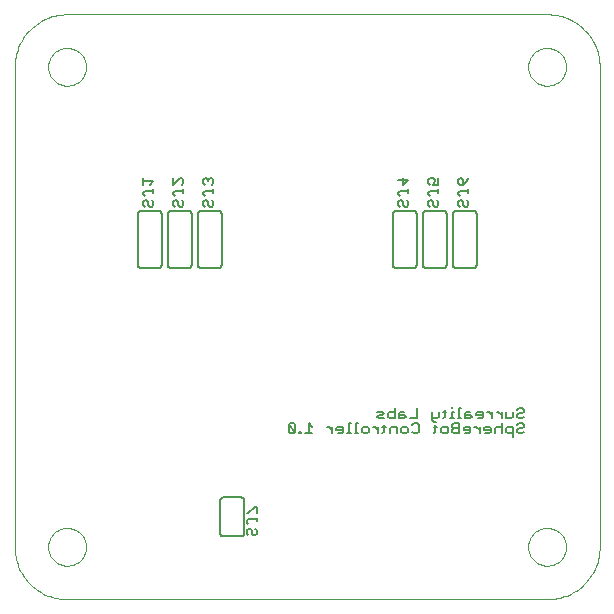
<source format=gbo>
G75*
G70*
%OFA0B0*%
%FSLAX24Y24*%
%IPPOS*%
%LPD*%
%AMOC8*
5,1,8,0,0,1.08239X$1,22.5*
%
%ADD10C,0.0000*%
%ADD11C,0.0060*%
D10*
X000665Y002415D02*
X000665Y018415D01*
X001785Y018415D02*
X001787Y018465D01*
X001793Y018515D01*
X001803Y018564D01*
X001817Y018612D01*
X001834Y018659D01*
X001855Y018704D01*
X001880Y018748D01*
X001908Y018789D01*
X001940Y018828D01*
X001974Y018865D01*
X002011Y018899D01*
X002051Y018929D01*
X002093Y018956D01*
X002137Y018980D01*
X002183Y019001D01*
X002230Y019017D01*
X002278Y019030D01*
X002328Y019039D01*
X002377Y019044D01*
X002428Y019045D01*
X002478Y019042D01*
X002527Y019035D01*
X002576Y019024D01*
X002624Y019009D01*
X002670Y018991D01*
X002715Y018969D01*
X002758Y018943D01*
X002799Y018914D01*
X002838Y018882D01*
X002874Y018847D01*
X002906Y018809D01*
X002936Y018769D01*
X002963Y018726D01*
X002986Y018682D01*
X003005Y018636D01*
X003021Y018588D01*
X003033Y018539D01*
X003041Y018490D01*
X003045Y018440D01*
X003045Y018390D01*
X003041Y018340D01*
X003033Y018291D01*
X003021Y018242D01*
X003005Y018194D01*
X002986Y018148D01*
X002963Y018104D01*
X002936Y018061D01*
X002906Y018021D01*
X002874Y017983D01*
X002838Y017948D01*
X002799Y017916D01*
X002758Y017887D01*
X002715Y017861D01*
X002670Y017839D01*
X002624Y017821D01*
X002576Y017806D01*
X002527Y017795D01*
X002478Y017788D01*
X002428Y017785D01*
X002377Y017786D01*
X002328Y017791D01*
X002278Y017800D01*
X002230Y017813D01*
X002183Y017829D01*
X002137Y017850D01*
X002093Y017874D01*
X002051Y017901D01*
X002011Y017931D01*
X001974Y017965D01*
X001940Y018002D01*
X001908Y018041D01*
X001880Y018082D01*
X001855Y018126D01*
X001834Y018171D01*
X001817Y018218D01*
X001803Y018266D01*
X001793Y018315D01*
X001787Y018365D01*
X001785Y018415D01*
X000665Y018415D02*
X000667Y018498D01*
X000673Y018581D01*
X000683Y018664D01*
X000697Y018746D01*
X000714Y018828D01*
X000736Y018908D01*
X000761Y018987D01*
X000790Y019065D01*
X000823Y019142D01*
X000860Y019217D01*
X000899Y019290D01*
X000943Y019361D01*
X000989Y019430D01*
X001039Y019497D01*
X001092Y019561D01*
X001148Y019623D01*
X001207Y019682D01*
X001269Y019738D01*
X001333Y019791D01*
X001400Y019841D01*
X001469Y019887D01*
X001540Y019931D01*
X001613Y019970D01*
X001688Y020007D01*
X001765Y020040D01*
X001843Y020069D01*
X001922Y020094D01*
X002002Y020116D01*
X002084Y020133D01*
X002166Y020147D01*
X002249Y020157D01*
X002332Y020163D01*
X002415Y020165D01*
X018415Y020165D01*
X017785Y018415D02*
X017787Y018465D01*
X017793Y018515D01*
X017803Y018564D01*
X017817Y018612D01*
X017834Y018659D01*
X017855Y018704D01*
X017880Y018748D01*
X017908Y018789D01*
X017940Y018828D01*
X017974Y018865D01*
X018011Y018899D01*
X018051Y018929D01*
X018093Y018956D01*
X018137Y018980D01*
X018183Y019001D01*
X018230Y019017D01*
X018278Y019030D01*
X018328Y019039D01*
X018377Y019044D01*
X018428Y019045D01*
X018478Y019042D01*
X018527Y019035D01*
X018576Y019024D01*
X018624Y019009D01*
X018670Y018991D01*
X018715Y018969D01*
X018758Y018943D01*
X018799Y018914D01*
X018838Y018882D01*
X018874Y018847D01*
X018906Y018809D01*
X018936Y018769D01*
X018963Y018726D01*
X018986Y018682D01*
X019005Y018636D01*
X019021Y018588D01*
X019033Y018539D01*
X019041Y018490D01*
X019045Y018440D01*
X019045Y018390D01*
X019041Y018340D01*
X019033Y018291D01*
X019021Y018242D01*
X019005Y018194D01*
X018986Y018148D01*
X018963Y018104D01*
X018936Y018061D01*
X018906Y018021D01*
X018874Y017983D01*
X018838Y017948D01*
X018799Y017916D01*
X018758Y017887D01*
X018715Y017861D01*
X018670Y017839D01*
X018624Y017821D01*
X018576Y017806D01*
X018527Y017795D01*
X018478Y017788D01*
X018428Y017785D01*
X018377Y017786D01*
X018328Y017791D01*
X018278Y017800D01*
X018230Y017813D01*
X018183Y017829D01*
X018137Y017850D01*
X018093Y017874D01*
X018051Y017901D01*
X018011Y017931D01*
X017974Y017965D01*
X017940Y018002D01*
X017908Y018041D01*
X017880Y018082D01*
X017855Y018126D01*
X017834Y018171D01*
X017817Y018218D01*
X017803Y018266D01*
X017793Y018315D01*
X017787Y018365D01*
X017785Y018415D01*
X018415Y020165D02*
X018498Y020163D01*
X018581Y020157D01*
X018664Y020147D01*
X018746Y020133D01*
X018828Y020116D01*
X018908Y020094D01*
X018987Y020069D01*
X019065Y020040D01*
X019142Y020007D01*
X019217Y019970D01*
X019290Y019931D01*
X019361Y019887D01*
X019430Y019841D01*
X019497Y019791D01*
X019561Y019738D01*
X019623Y019682D01*
X019682Y019623D01*
X019738Y019561D01*
X019791Y019497D01*
X019841Y019430D01*
X019887Y019361D01*
X019931Y019290D01*
X019970Y019217D01*
X020007Y019142D01*
X020040Y019065D01*
X020069Y018987D01*
X020094Y018908D01*
X020116Y018828D01*
X020133Y018746D01*
X020147Y018664D01*
X020157Y018581D01*
X020163Y018498D01*
X020165Y018415D01*
X020165Y002415D01*
X017785Y002415D02*
X017787Y002465D01*
X017793Y002515D01*
X017803Y002564D01*
X017817Y002612D01*
X017834Y002659D01*
X017855Y002704D01*
X017880Y002748D01*
X017908Y002789D01*
X017940Y002828D01*
X017974Y002865D01*
X018011Y002899D01*
X018051Y002929D01*
X018093Y002956D01*
X018137Y002980D01*
X018183Y003001D01*
X018230Y003017D01*
X018278Y003030D01*
X018328Y003039D01*
X018377Y003044D01*
X018428Y003045D01*
X018478Y003042D01*
X018527Y003035D01*
X018576Y003024D01*
X018624Y003009D01*
X018670Y002991D01*
X018715Y002969D01*
X018758Y002943D01*
X018799Y002914D01*
X018838Y002882D01*
X018874Y002847D01*
X018906Y002809D01*
X018936Y002769D01*
X018963Y002726D01*
X018986Y002682D01*
X019005Y002636D01*
X019021Y002588D01*
X019033Y002539D01*
X019041Y002490D01*
X019045Y002440D01*
X019045Y002390D01*
X019041Y002340D01*
X019033Y002291D01*
X019021Y002242D01*
X019005Y002194D01*
X018986Y002148D01*
X018963Y002104D01*
X018936Y002061D01*
X018906Y002021D01*
X018874Y001983D01*
X018838Y001948D01*
X018799Y001916D01*
X018758Y001887D01*
X018715Y001861D01*
X018670Y001839D01*
X018624Y001821D01*
X018576Y001806D01*
X018527Y001795D01*
X018478Y001788D01*
X018428Y001785D01*
X018377Y001786D01*
X018328Y001791D01*
X018278Y001800D01*
X018230Y001813D01*
X018183Y001829D01*
X018137Y001850D01*
X018093Y001874D01*
X018051Y001901D01*
X018011Y001931D01*
X017974Y001965D01*
X017940Y002002D01*
X017908Y002041D01*
X017880Y002082D01*
X017855Y002126D01*
X017834Y002171D01*
X017817Y002218D01*
X017803Y002266D01*
X017793Y002315D01*
X017787Y002365D01*
X017785Y002415D01*
X018415Y000665D02*
X018498Y000667D01*
X018581Y000673D01*
X018664Y000683D01*
X018746Y000697D01*
X018828Y000714D01*
X018908Y000736D01*
X018987Y000761D01*
X019065Y000790D01*
X019142Y000823D01*
X019217Y000860D01*
X019290Y000899D01*
X019361Y000943D01*
X019430Y000989D01*
X019497Y001039D01*
X019561Y001092D01*
X019623Y001148D01*
X019682Y001207D01*
X019738Y001269D01*
X019791Y001333D01*
X019841Y001400D01*
X019887Y001469D01*
X019931Y001540D01*
X019970Y001613D01*
X020007Y001688D01*
X020040Y001765D01*
X020069Y001843D01*
X020094Y001922D01*
X020116Y002002D01*
X020133Y002084D01*
X020147Y002166D01*
X020157Y002249D01*
X020163Y002332D01*
X020165Y002415D01*
X018415Y000665D02*
X002415Y000665D01*
X001785Y002415D02*
X001787Y002465D01*
X001793Y002515D01*
X001803Y002564D01*
X001817Y002612D01*
X001834Y002659D01*
X001855Y002704D01*
X001880Y002748D01*
X001908Y002789D01*
X001940Y002828D01*
X001974Y002865D01*
X002011Y002899D01*
X002051Y002929D01*
X002093Y002956D01*
X002137Y002980D01*
X002183Y003001D01*
X002230Y003017D01*
X002278Y003030D01*
X002328Y003039D01*
X002377Y003044D01*
X002428Y003045D01*
X002478Y003042D01*
X002527Y003035D01*
X002576Y003024D01*
X002624Y003009D01*
X002670Y002991D01*
X002715Y002969D01*
X002758Y002943D01*
X002799Y002914D01*
X002838Y002882D01*
X002874Y002847D01*
X002906Y002809D01*
X002936Y002769D01*
X002963Y002726D01*
X002986Y002682D01*
X003005Y002636D01*
X003021Y002588D01*
X003033Y002539D01*
X003041Y002490D01*
X003045Y002440D01*
X003045Y002390D01*
X003041Y002340D01*
X003033Y002291D01*
X003021Y002242D01*
X003005Y002194D01*
X002986Y002148D01*
X002963Y002104D01*
X002936Y002061D01*
X002906Y002021D01*
X002874Y001983D01*
X002838Y001948D01*
X002799Y001916D01*
X002758Y001887D01*
X002715Y001861D01*
X002670Y001839D01*
X002624Y001821D01*
X002576Y001806D01*
X002527Y001795D01*
X002478Y001788D01*
X002428Y001785D01*
X002377Y001786D01*
X002328Y001791D01*
X002278Y001800D01*
X002230Y001813D01*
X002183Y001829D01*
X002137Y001850D01*
X002093Y001874D01*
X002051Y001901D01*
X002011Y001931D01*
X001974Y001965D01*
X001940Y002002D01*
X001908Y002041D01*
X001880Y002082D01*
X001855Y002126D01*
X001834Y002171D01*
X001817Y002218D01*
X001803Y002266D01*
X001793Y002315D01*
X001787Y002365D01*
X001785Y002415D01*
X000665Y002415D02*
X000667Y002332D01*
X000673Y002249D01*
X000683Y002166D01*
X000697Y002084D01*
X000714Y002002D01*
X000736Y001922D01*
X000761Y001843D01*
X000790Y001765D01*
X000823Y001688D01*
X000860Y001613D01*
X000899Y001540D01*
X000943Y001469D01*
X000989Y001400D01*
X001039Y001333D01*
X001092Y001269D01*
X001148Y001207D01*
X001207Y001148D01*
X001269Y001092D01*
X001333Y001039D01*
X001400Y000989D01*
X001469Y000943D01*
X001540Y000899D01*
X001613Y000860D01*
X001688Y000823D01*
X001765Y000790D01*
X001843Y000761D01*
X001922Y000736D01*
X002002Y000714D01*
X002084Y000697D01*
X002166Y000683D01*
X002249Y000673D01*
X002332Y000667D01*
X002415Y000665D01*
D11*
X007515Y002865D02*
X007515Y003965D01*
X007517Y003982D01*
X007521Y003999D01*
X007528Y004015D01*
X007538Y004029D01*
X007551Y004042D01*
X007565Y004052D01*
X007581Y004059D01*
X007598Y004063D01*
X007615Y004065D01*
X008215Y004065D01*
X008232Y004063D01*
X008249Y004059D01*
X008265Y004052D01*
X008279Y004042D01*
X008292Y004029D01*
X008302Y004015D01*
X008309Y003999D01*
X008313Y003982D01*
X008315Y003965D01*
X008315Y002865D01*
X008395Y002852D02*
X008395Y002965D01*
X008452Y003022D01*
X008509Y003022D01*
X008565Y002965D01*
X008565Y002852D01*
X008622Y002795D01*
X008679Y002795D01*
X008735Y002852D01*
X008735Y002965D01*
X008679Y003022D01*
X008735Y003277D02*
X008735Y003390D01*
X008735Y003334D02*
X008452Y003334D01*
X008395Y003277D01*
X008395Y003220D01*
X008452Y003164D01*
X008452Y003532D02*
X008395Y003532D01*
X008452Y003532D02*
X008679Y003759D01*
X008735Y003759D01*
X008735Y003532D01*
X008395Y002852D02*
X008452Y002795D01*
X008215Y002765D02*
X007615Y002765D01*
X007598Y002767D01*
X007581Y002771D01*
X007565Y002778D01*
X007551Y002788D01*
X007538Y002801D01*
X007528Y002815D01*
X007521Y002831D01*
X007517Y002848D01*
X007515Y002865D01*
X008215Y002765D02*
X008232Y002767D01*
X008249Y002771D01*
X008265Y002778D01*
X008279Y002788D01*
X008292Y002801D01*
X008302Y002815D01*
X008309Y002831D01*
X008313Y002848D01*
X008315Y002865D01*
X009854Y006195D02*
X009967Y006195D01*
X010024Y006252D01*
X009797Y006479D01*
X009797Y006252D01*
X009854Y006195D01*
X010024Y006252D02*
X010024Y006479D01*
X009967Y006535D01*
X009854Y006535D01*
X009797Y006479D01*
X010151Y006252D02*
X010151Y006195D01*
X010208Y006195D01*
X010208Y006252D01*
X010151Y006252D01*
X010349Y006195D02*
X010576Y006195D01*
X010463Y006195D02*
X010463Y006535D01*
X010576Y006422D01*
X011081Y006422D02*
X011138Y006422D01*
X011251Y006309D01*
X011251Y006422D02*
X011251Y006195D01*
X011393Y006309D02*
X011620Y006309D01*
X011620Y006365D02*
X011563Y006422D01*
X011450Y006422D01*
X011393Y006365D01*
X011393Y006309D01*
X011450Y006195D02*
X011563Y006195D01*
X011620Y006252D01*
X011620Y006365D01*
X011752Y006195D02*
X011865Y006195D01*
X011809Y006195D02*
X011809Y006535D01*
X011865Y006535D01*
X012054Y006535D02*
X012054Y006195D01*
X012111Y006195D02*
X011997Y006195D01*
X012252Y006252D02*
X012252Y006365D01*
X012309Y006422D01*
X012422Y006422D01*
X012479Y006365D01*
X012479Y006252D01*
X012422Y006195D01*
X012309Y006195D01*
X012252Y006252D01*
X012111Y006535D02*
X012054Y006535D01*
X012616Y006422D02*
X012672Y006422D01*
X012786Y006309D01*
X012786Y006422D02*
X012786Y006195D01*
X012918Y006195D02*
X012975Y006252D01*
X012975Y006479D01*
X013031Y006422D02*
X012918Y006422D01*
X013173Y006365D02*
X013173Y006195D01*
X013173Y006365D02*
X013230Y006422D01*
X013400Y006422D01*
X013400Y006195D01*
X013541Y006252D02*
X013541Y006365D01*
X013598Y006422D01*
X013711Y006422D01*
X013768Y006365D01*
X013768Y006252D01*
X013711Y006195D01*
X013598Y006195D01*
X013541Y006252D01*
X013909Y006252D02*
X013966Y006195D01*
X014080Y006195D01*
X014136Y006252D01*
X014136Y006479D01*
X014080Y006535D01*
X013966Y006535D01*
X013909Y006479D01*
X013848Y006695D02*
X014075Y006695D01*
X014075Y007035D01*
X013650Y006922D02*
X013537Y006922D01*
X013480Y006865D01*
X013480Y006695D01*
X013650Y006695D01*
X013707Y006752D01*
X013650Y006809D01*
X013480Y006809D01*
X013338Y006922D02*
X013168Y006922D01*
X013112Y006865D01*
X013112Y006752D01*
X013168Y006695D01*
X013338Y006695D01*
X013338Y007035D01*
X012970Y006865D02*
X012913Y006922D01*
X012743Y006922D01*
X012800Y006809D02*
X012913Y006809D01*
X012970Y006865D01*
X012970Y006695D02*
X012800Y006695D01*
X012743Y006752D01*
X012800Y006809D01*
X014585Y006922D02*
X014585Y006639D01*
X014642Y006582D01*
X014698Y006582D01*
X014693Y006479D02*
X014693Y006252D01*
X014637Y006195D01*
X014637Y006422D02*
X014750Y006422D01*
X014892Y006365D02*
X014948Y006422D01*
X015062Y006422D01*
X015118Y006365D01*
X015118Y006252D01*
X015062Y006195D01*
X014948Y006195D01*
X014892Y006252D01*
X014892Y006365D01*
X014944Y006695D02*
X015000Y006752D01*
X015000Y006979D01*
X014944Y006922D02*
X015057Y006922D01*
X015246Y006922D02*
X015246Y006695D01*
X015303Y006695D02*
X015189Y006695D01*
X015317Y006535D02*
X015260Y006479D01*
X015260Y006422D01*
X015317Y006365D01*
X015487Y006365D01*
X015628Y006365D02*
X015628Y006309D01*
X015855Y006309D01*
X015855Y006365D02*
X015798Y006422D01*
X015685Y006422D01*
X015628Y006365D01*
X015685Y006195D02*
X015798Y006195D01*
X015855Y006252D01*
X015855Y006365D01*
X015992Y006422D02*
X016049Y006422D01*
X016162Y006309D01*
X016162Y006422D02*
X016162Y006195D01*
X016303Y006309D02*
X016530Y006309D01*
X016530Y006365D02*
X016474Y006422D01*
X016360Y006422D01*
X016303Y006365D01*
X016303Y006309D01*
X016360Y006195D02*
X016474Y006195D01*
X016530Y006252D01*
X016530Y006365D01*
X016672Y006365D02*
X016672Y006195D01*
X016672Y006365D02*
X016728Y006422D01*
X016842Y006422D01*
X016899Y006365D01*
X017040Y006365D02*
X017040Y006252D01*
X017097Y006195D01*
X017267Y006195D01*
X017267Y006082D02*
X017267Y006422D01*
X017097Y006422D01*
X017040Y006365D01*
X016899Y006535D02*
X016899Y006195D01*
X017408Y006252D02*
X017465Y006195D01*
X017579Y006195D01*
X017635Y006252D01*
X017579Y006365D02*
X017465Y006365D01*
X017408Y006309D01*
X017408Y006252D01*
X017579Y006365D02*
X017635Y006422D01*
X017635Y006479D01*
X017579Y006535D01*
X017465Y006535D01*
X017408Y006479D01*
X017465Y006695D02*
X017579Y006695D01*
X017635Y006752D01*
X017579Y006865D02*
X017465Y006865D01*
X017408Y006809D01*
X017408Y006752D01*
X017465Y006695D01*
X017579Y006865D02*
X017635Y006922D01*
X017635Y006979D01*
X017579Y007035D01*
X017465Y007035D01*
X017408Y006979D01*
X017267Y006922D02*
X017267Y006752D01*
X017210Y006695D01*
X017040Y006695D01*
X017040Y006922D01*
X016899Y006922D02*
X016899Y006695D01*
X016899Y006809D02*
X016785Y006922D01*
X016728Y006922D01*
X016592Y006922D02*
X016592Y006695D01*
X016592Y006809D02*
X016478Y006922D01*
X016422Y006922D01*
X016285Y006865D02*
X016228Y006922D01*
X016115Y006922D01*
X016058Y006865D01*
X016058Y006809D01*
X016285Y006809D01*
X016285Y006865D02*
X016285Y006752D01*
X016228Y006695D01*
X016115Y006695D01*
X015916Y006752D02*
X015860Y006809D01*
X015690Y006809D01*
X015690Y006865D02*
X015690Y006695D01*
X015860Y006695D01*
X015916Y006752D01*
X015860Y006922D02*
X015746Y006922D01*
X015690Y006865D01*
X015548Y006695D02*
X015435Y006695D01*
X015491Y006695D02*
X015491Y007035D01*
X015548Y007035D01*
X015303Y006922D02*
X015246Y006922D01*
X015246Y007035D02*
X015246Y007092D01*
X014812Y006922D02*
X014812Y006752D01*
X014755Y006695D01*
X014585Y006695D01*
X015317Y006535D02*
X015487Y006535D01*
X015487Y006195D01*
X015317Y006195D01*
X015260Y006252D01*
X015260Y006309D01*
X015317Y006365D01*
X015365Y011715D02*
X015965Y011715D01*
X015982Y011717D01*
X015999Y011721D01*
X016015Y011728D01*
X016029Y011738D01*
X016042Y011751D01*
X016052Y011765D01*
X016059Y011781D01*
X016063Y011798D01*
X016065Y011815D01*
X016065Y013515D01*
X016063Y013532D01*
X016059Y013549D01*
X016052Y013565D01*
X016042Y013579D01*
X016029Y013592D01*
X016015Y013602D01*
X015999Y013609D01*
X015982Y013613D01*
X015965Y013615D01*
X015365Y013615D01*
X015348Y013613D01*
X015331Y013609D01*
X015315Y013602D01*
X015301Y013592D01*
X015288Y013579D01*
X015278Y013565D01*
X015271Y013549D01*
X015267Y013532D01*
X015265Y013515D01*
X015265Y011815D01*
X015267Y011798D01*
X015271Y011781D01*
X015278Y011765D01*
X015288Y011751D01*
X015301Y011738D01*
X015315Y011728D01*
X015331Y011721D01*
X015348Y011717D01*
X015365Y011715D01*
X015065Y011815D02*
X015065Y013515D01*
X015063Y013532D01*
X015059Y013549D01*
X015052Y013565D01*
X015042Y013579D01*
X015029Y013592D01*
X015015Y013602D01*
X014999Y013609D01*
X014982Y013613D01*
X014965Y013615D01*
X014365Y013615D01*
X014348Y013613D01*
X014331Y013609D01*
X014315Y013602D01*
X014301Y013592D01*
X014288Y013579D01*
X014278Y013565D01*
X014271Y013549D01*
X014267Y013532D01*
X014265Y013515D01*
X014265Y011815D01*
X014267Y011798D01*
X014271Y011781D01*
X014278Y011765D01*
X014288Y011751D01*
X014301Y011738D01*
X014315Y011728D01*
X014331Y011721D01*
X014348Y011717D01*
X014365Y011715D01*
X014965Y011715D01*
X014982Y011717D01*
X014999Y011721D01*
X015015Y011728D01*
X015029Y011738D01*
X015042Y011751D01*
X015052Y011765D01*
X015059Y011781D01*
X015063Y011798D01*
X015065Y011815D01*
X014065Y011815D02*
X014065Y013515D01*
X014063Y013532D01*
X014059Y013549D01*
X014052Y013565D01*
X014042Y013579D01*
X014029Y013592D01*
X014015Y013602D01*
X013999Y013609D01*
X013982Y013613D01*
X013965Y013615D01*
X013365Y013615D01*
X013348Y013613D01*
X013331Y013609D01*
X013315Y013602D01*
X013301Y013592D01*
X013288Y013579D01*
X013278Y013565D01*
X013271Y013549D01*
X013267Y013532D01*
X013265Y013515D01*
X013265Y011815D01*
X013267Y011798D01*
X013271Y011781D01*
X013278Y011765D01*
X013288Y011751D01*
X013301Y011738D01*
X013315Y011728D01*
X013331Y011721D01*
X013348Y011717D01*
X013365Y011715D01*
X013965Y011715D01*
X013982Y011717D01*
X013999Y011721D01*
X014015Y011728D01*
X014029Y011738D01*
X014042Y011751D01*
X014052Y011765D01*
X014059Y011781D01*
X014063Y011798D01*
X014065Y011815D01*
X013729Y013745D02*
X013672Y013745D01*
X013615Y013802D01*
X013615Y013915D01*
X013559Y013972D01*
X013502Y013972D01*
X013445Y013915D01*
X013445Y013802D01*
X013502Y013745D01*
X013729Y013745D02*
X013785Y013802D01*
X013785Y013915D01*
X013729Y013972D01*
X013785Y014227D02*
X013785Y014340D01*
X013785Y014284D02*
X013502Y014284D01*
X013445Y014227D01*
X013445Y014170D01*
X013502Y014114D01*
X013615Y014482D02*
X013615Y014709D01*
X013445Y014652D02*
X013785Y014652D01*
X013615Y014482D01*
X014445Y014539D02*
X014502Y014482D01*
X014445Y014539D02*
X014445Y014652D01*
X014502Y014709D01*
X014615Y014709D01*
X014672Y014652D01*
X014672Y014595D01*
X014615Y014482D01*
X014785Y014482D01*
X014785Y014709D01*
X014785Y014340D02*
X014785Y014227D01*
X014785Y014284D02*
X014502Y014284D01*
X014445Y014227D01*
X014445Y014170D01*
X014502Y014114D01*
X014502Y013972D02*
X014445Y013915D01*
X014445Y013802D01*
X014502Y013745D01*
X014615Y013802D02*
X014615Y013915D01*
X014559Y013972D01*
X014502Y013972D01*
X014615Y013802D02*
X014672Y013745D01*
X014729Y013745D01*
X014785Y013802D01*
X014785Y013915D01*
X014729Y013972D01*
X015445Y013915D02*
X015445Y013802D01*
X015502Y013745D01*
X015615Y013802D02*
X015615Y013915D01*
X015559Y013972D01*
X015502Y013972D01*
X015445Y013915D01*
X015615Y013802D02*
X015672Y013745D01*
X015729Y013745D01*
X015785Y013802D01*
X015785Y013915D01*
X015729Y013972D01*
X015785Y014227D02*
X015785Y014340D01*
X015785Y014284D02*
X015502Y014284D01*
X015445Y014227D01*
X015445Y014170D01*
X015502Y014114D01*
X015502Y014482D02*
X015445Y014539D01*
X015445Y014652D01*
X015502Y014709D01*
X015559Y014709D01*
X015615Y014652D01*
X015615Y014482D01*
X015502Y014482D01*
X015615Y014482D02*
X015729Y014595D01*
X015785Y014709D01*
X007565Y013515D02*
X007565Y011815D01*
X007563Y011798D01*
X007559Y011781D01*
X007552Y011765D01*
X007542Y011751D01*
X007529Y011738D01*
X007515Y011728D01*
X007499Y011721D01*
X007482Y011717D01*
X007465Y011715D01*
X006865Y011715D01*
X006848Y011717D01*
X006831Y011721D01*
X006815Y011728D01*
X006801Y011738D01*
X006788Y011751D01*
X006778Y011765D01*
X006771Y011781D01*
X006767Y011798D01*
X006765Y011815D01*
X006765Y013515D01*
X006767Y013532D01*
X006771Y013549D01*
X006778Y013565D01*
X006788Y013579D01*
X006801Y013592D01*
X006815Y013602D01*
X006831Y013609D01*
X006848Y013613D01*
X006865Y013615D01*
X007465Y013615D01*
X007482Y013613D01*
X007499Y013609D01*
X007515Y013602D01*
X007529Y013592D01*
X007542Y013579D01*
X007552Y013565D01*
X007559Y013549D01*
X007563Y013532D01*
X007565Y013515D01*
X007285Y013802D02*
X007229Y013745D01*
X007172Y013745D01*
X007115Y013802D01*
X007115Y013915D01*
X007059Y013972D01*
X007002Y013972D01*
X006945Y013915D01*
X006945Y013802D01*
X007002Y013745D01*
X007285Y013802D02*
X007285Y013915D01*
X007229Y013972D01*
X007285Y014227D02*
X007285Y014340D01*
X007285Y014284D02*
X007002Y014284D01*
X006945Y014227D01*
X006945Y014170D01*
X007002Y014114D01*
X007002Y014482D02*
X006945Y014539D01*
X006945Y014652D01*
X007002Y014709D01*
X007059Y014709D01*
X007115Y014652D01*
X007115Y014595D01*
X007115Y014652D02*
X007172Y014709D01*
X007229Y014709D01*
X007285Y014652D01*
X007285Y014539D01*
X007229Y014482D01*
X006285Y014539D02*
X006229Y014482D01*
X006285Y014539D02*
X006285Y014652D01*
X006229Y014709D01*
X006172Y014709D01*
X005945Y014482D01*
X005945Y014709D01*
X006002Y014284D02*
X006285Y014284D01*
X006285Y014340D02*
X006285Y014227D01*
X006229Y013972D02*
X006285Y013915D01*
X006285Y013802D01*
X006229Y013745D01*
X006172Y013745D01*
X006115Y013802D01*
X006115Y013915D01*
X006059Y013972D01*
X006002Y013972D01*
X005945Y013915D01*
X005945Y013802D01*
X006002Y013745D01*
X005865Y013615D02*
X006465Y013615D01*
X006482Y013613D01*
X006499Y013609D01*
X006515Y013602D01*
X006529Y013592D01*
X006542Y013579D01*
X006552Y013565D01*
X006559Y013549D01*
X006563Y013532D01*
X006565Y013515D01*
X006565Y011815D01*
X006563Y011798D01*
X006559Y011781D01*
X006552Y011765D01*
X006542Y011751D01*
X006529Y011738D01*
X006515Y011728D01*
X006499Y011721D01*
X006482Y011717D01*
X006465Y011715D01*
X005865Y011715D01*
X005848Y011717D01*
X005831Y011721D01*
X005815Y011728D01*
X005801Y011738D01*
X005788Y011751D01*
X005778Y011765D01*
X005771Y011781D01*
X005767Y011798D01*
X005765Y011815D01*
X005765Y013515D01*
X005767Y013532D01*
X005771Y013549D01*
X005778Y013565D01*
X005788Y013579D01*
X005801Y013592D01*
X005815Y013602D01*
X005831Y013609D01*
X005848Y013613D01*
X005865Y013615D01*
X005565Y013515D02*
X005565Y011815D01*
X005563Y011798D01*
X005559Y011781D01*
X005552Y011765D01*
X005542Y011751D01*
X005529Y011738D01*
X005515Y011728D01*
X005499Y011721D01*
X005482Y011717D01*
X005465Y011715D01*
X004865Y011715D01*
X004848Y011717D01*
X004831Y011721D01*
X004815Y011728D01*
X004801Y011738D01*
X004788Y011751D01*
X004778Y011765D01*
X004771Y011781D01*
X004767Y011798D01*
X004765Y011815D01*
X004765Y013515D01*
X004767Y013532D01*
X004771Y013549D01*
X004778Y013565D01*
X004788Y013579D01*
X004801Y013592D01*
X004815Y013602D01*
X004831Y013609D01*
X004848Y013613D01*
X004865Y013615D01*
X005465Y013615D01*
X005482Y013613D01*
X005499Y013609D01*
X005515Y013602D01*
X005529Y013592D01*
X005542Y013579D01*
X005552Y013565D01*
X005559Y013549D01*
X005563Y013532D01*
X005565Y013515D01*
X005285Y013802D02*
X005229Y013745D01*
X005172Y013745D01*
X005115Y013802D01*
X005115Y013915D01*
X005059Y013972D01*
X005002Y013972D01*
X004945Y013915D01*
X004945Y013802D01*
X005002Y013745D01*
X005285Y013802D02*
X005285Y013915D01*
X005229Y013972D01*
X005285Y014227D02*
X005285Y014340D01*
X005285Y014284D02*
X005002Y014284D01*
X004945Y014227D01*
X004945Y014170D01*
X005002Y014114D01*
X004945Y014482D02*
X004945Y014709D01*
X004945Y014595D02*
X005285Y014595D01*
X005172Y014482D01*
X005945Y014227D02*
X006002Y014284D01*
X005945Y014227D02*
X005945Y014170D01*
X006002Y014114D01*
M02*

</source>
